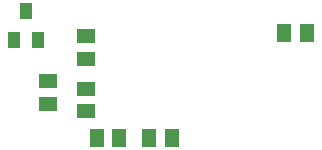
<source format=gbr>
G04 EAGLE Gerber X2 export*
%TF.Part,Single*%
%TF.FileFunction,Paste,Bot*%
%TF.FilePolarity,Positive*%
%TF.GenerationSoftware,Autodesk,EAGLE,9.0.0*%
%TF.CreationDate,2018-04-25T18:52:19Z*%
G75*
%MOMM*%
%FSLAX34Y34*%
%LPD*%
%AMOC8*
5,1,8,0,0,1.08239X$1,22.5*%
G01*
%ADD10R,1.500000X1.300000*%
%ADD11R,1.300000X1.500000*%
%ADD12R,1.000000X1.400000*%


D10*
X69850Y123800D03*
X69850Y104800D03*
D11*
X174600Y76200D03*
X155600Y76200D03*
X130150Y76200D03*
X111150Y76200D03*
X269900Y165100D03*
X288900Y165100D03*
D10*
X101600Y117450D03*
X101600Y98450D03*
X101600Y161900D03*
X101600Y142900D03*
D12*
X60960Y158830D03*
X40640Y158830D03*
X50800Y182960D03*
M02*

</source>
